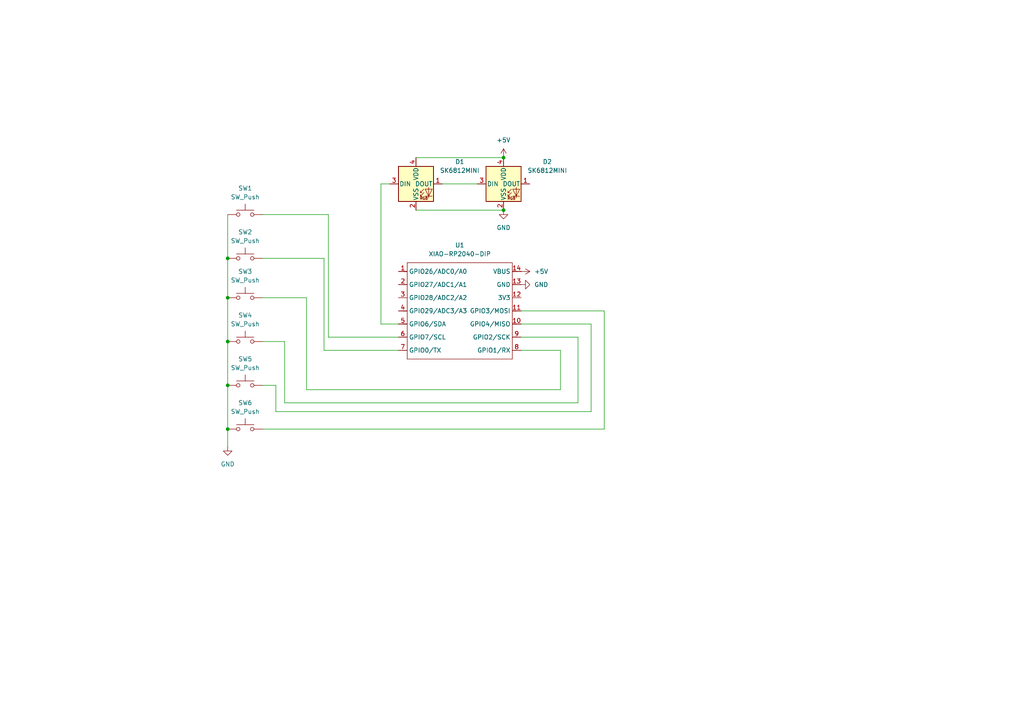
<source format=kicad_sch>
(kicad_sch
	(version 20250114)
	(generator "eeschema")
	(generator_version "9.0")
	(uuid "9b75712b-fc5b-4419-8bd8-5d8e37d83e82")
	(paper "A4")
	(lib_symbols
		(symbol "LED:SK6812MINI"
			(pin_names
				(offset 0.254)
			)
			(exclude_from_sim no)
			(in_bom yes)
			(on_board yes)
			(property "Reference" "D"
				(at 5.08 5.715 0)
				(effects
					(font
						(size 1.27 1.27)
					)
					(justify right bottom)
				)
			)
			(property "Value" "SK6812MINI"
				(at 1.27 -5.715 0)
				(effects
					(font
						(size 1.27 1.27)
					)
					(justify left top)
				)
			)
			(property "Footprint" "LED_SMD:LED_SK6812MINI_PLCC4_3.5x3.5mm_P1.75mm"
				(at 1.27 -7.62 0)
				(effects
					(font
						(size 1.27 1.27)
					)
					(justify left top)
					(hide yes)
				)
			)
			(property "Datasheet" "https://cdn-shop.adafruit.com/product-files/2686/SK6812MINI_REV.01-1-2.pdf"
				(at 2.54 -9.525 0)
				(effects
					(font
						(size 1.27 1.27)
					)
					(justify left top)
					(hide yes)
				)
			)
			(property "Description" "RGB LED with integrated controller"
				(at 0 0 0)
				(effects
					(font
						(size 1.27 1.27)
					)
					(hide yes)
				)
			)
			(property "ki_keywords" "RGB LED NeoPixel Mini addressable"
				(at 0 0 0)
				(effects
					(font
						(size 1.27 1.27)
					)
					(hide yes)
				)
			)
			(property "ki_fp_filters" "LED*SK6812MINI*PLCC*3.5x3.5mm*P1.75mm*"
				(at 0 0 0)
				(effects
					(font
						(size 1.27 1.27)
					)
					(hide yes)
				)
			)
			(symbol "SK6812MINI_0_0"
				(text "RGB"
					(at 2.286 -4.191 0)
					(effects
						(font
							(size 0.762 0.762)
						)
					)
				)
			)
			(symbol "SK6812MINI_0_1"
				(polyline
					(pts
						(xy 1.27 -2.54) (xy 1.778 -2.54)
					)
					(stroke
						(width 0)
						(type default)
					)
					(fill
						(type none)
					)
				)
				(polyline
					(pts
						(xy 1.27 -3.556) (xy 1.778 -3.556)
					)
					(stroke
						(width 0)
						(type default)
					)
					(fill
						(type none)
					)
				)
				(polyline
					(pts
						(xy 2.286 -1.524) (xy 1.27 -2.54) (xy 1.27 -2.032)
					)
					(stroke
						(width 0)
						(type default)
					)
					(fill
						(type none)
					)
				)
				(polyline
					(pts
						(xy 2.286 -2.54) (xy 1.27 -3.556) (xy 1.27 -3.048)
					)
					(stroke
						(width 0)
						(type default)
					)
					(fill
						(type none)
					)
				)
				(polyline
					(pts
						(xy 3.683 -1.016) (xy 3.683 -3.556) (xy 3.683 -4.064)
					)
					(stroke
						(width 0)
						(type default)
					)
					(fill
						(type none)
					)
				)
				(polyline
					(pts
						(xy 4.699 -1.524) (xy 2.667 -1.524) (xy 3.683 -3.556) (xy 4.699 -1.524)
					)
					(stroke
						(width 0)
						(type default)
					)
					(fill
						(type none)
					)
				)
				(polyline
					(pts
						(xy 4.699 -3.556) (xy 2.667 -3.556)
					)
					(stroke
						(width 0)
						(type default)
					)
					(fill
						(type none)
					)
				)
				(rectangle
					(start 5.08 5.08)
					(end -5.08 -5.08)
					(stroke
						(width 0.254)
						(type default)
					)
					(fill
						(type background)
					)
				)
			)
			(symbol "SK6812MINI_1_1"
				(pin input line
					(at -7.62 0 0)
					(length 2.54)
					(name "DIN"
						(effects
							(font
								(size 1.27 1.27)
							)
						)
					)
					(number "3"
						(effects
							(font
								(size 1.27 1.27)
							)
						)
					)
				)
				(pin power_in line
					(at 0 7.62 270)
					(length 2.54)
					(name "VDD"
						(effects
							(font
								(size 1.27 1.27)
							)
						)
					)
					(number "4"
						(effects
							(font
								(size 1.27 1.27)
							)
						)
					)
				)
				(pin power_in line
					(at 0 -7.62 90)
					(length 2.54)
					(name "VSS"
						(effects
							(font
								(size 1.27 1.27)
							)
						)
					)
					(number "2"
						(effects
							(font
								(size 1.27 1.27)
							)
						)
					)
				)
				(pin output line
					(at 7.62 0 180)
					(length 2.54)
					(name "DOUT"
						(effects
							(font
								(size 1.27 1.27)
							)
						)
					)
					(number "1"
						(effects
							(font
								(size 1.27 1.27)
							)
						)
					)
				)
			)
			(embedded_fonts no)
		)
		(symbol "OPL:XIAO-RP2040-DIP"
			(exclude_from_sim no)
			(in_bom yes)
			(on_board yes)
			(property "Reference" "U"
				(at 0 0 0)
				(effects
					(font
						(size 1.27 1.27)
					)
				)
			)
			(property "Value" "XIAO-RP2040-DIP"
				(at 5.334 -1.778 0)
				(effects
					(font
						(size 1.27 1.27)
					)
				)
			)
			(property "Footprint" "Module:MOUDLE14P-XIAO-DIP-SMD"
				(at 14.478 -32.258 0)
				(effects
					(font
						(size 1.27 1.27)
					)
					(hide yes)
				)
			)
			(property "Datasheet" ""
				(at 0 0 0)
				(effects
					(font
						(size 1.27 1.27)
					)
					(hide yes)
				)
			)
			(property "Description" ""
				(at 0 0 0)
				(effects
					(font
						(size 1.27 1.27)
					)
					(hide yes)
				)
			)
			(symbol "XIAO-RP2040-DIP_1_0"
				(polyline
					(pts
						(xy -1.27 -2.54) (xy 29.21 -2.54)
					)
					(stroke
						(width 0.1524)
						(type solid)
					)
					(fill
						(type none)
					)
				)
				(polyline
					(pts
						(xy -1.27 -5.08) (xy -2.54 -5.08)
					)
					(stroke
						(width 0.1524)
						(type solid)
					)
					(fill
						(type none)
					)
				)
				(polyline
					(pts
						(xy -1.27 -5.08) (xy -1.27 -2.54)
					)
					(stroke
						(width 0.1524)
						(type solid)
					)
					(fill
						(type none)
					)
				)
				(polyline
					(pts
						(xy -1.27 -8.89) (xy -2.54 -8.89)
					)
					(stroke
						(width 0.1524)
						(type solid)
					)
					(fill
						(type none)
					)
				)
				(polyline
					(pts
						(xy -1.27 -8.89) (xy -1.27 -5.08)
					)
					(stroke
						(width 0.1524)
						(type solid)
					)
					(fill
						(type none)
					)
				)
				(polyline
					(pts
						(xy -1.27 -12.7) (xy -2.54 -12.7)
					)
					(stroke
						(width 0.1524)
						(type solid)
					)
					(fill
						(type none)
					)
				)
				(polyline
					(pts
						(xy -1.27 -12.7) (xy -1.27 -8.89)
					)
					(stroke
						(width 0.1524)
						(type solid)
					)
					(fill
						(type none)
					)
				)
				(polyline
					(pts
						(xy -1.27 -16.51) (xy -2.54 -16.51)
					)
					(stroke
						(width 0.1524)
						(type solid)
					)
					(fill
						(type none)
					)
				)
				(polyline
					(pts
						(xy -1.27 -16.51) (xy -1.27 -12.7)
					)
					(stroke
						(width 0.1524)
						(type solid)
					)
					(fill
						(type none)
					)
				)
				(polyline
					(pts
						(xy -1.27 -20.32) (xy -2.54 -20.32)
					)
					(stroke
						(width 0.1524)
						(type solid)
					)
					(fill
						(type none)
					)
				)
				(polyline
					(pts
						(xy -1.27 -24.13) (xy -2.54 -24.13)
					)
					(stroke
						(width 0.1524)
						(type solid)
					)
					(fill
						(type none)
					)
				)
				(polyline
					(pts
						(xy -1.27 -27.94) (xy -2.54 -27.94)
					)
					(stroke
						(width 0.1524)
						(type solid)
					)
					(fill
						(type none)
					)
				)
				(polyline
					(pts
						(xy -1.27 -30.48) (xy -1.27 -16.51)
					)
					(stroke
						(width 0.1524)
						(type solid)
					)
					(fill
						(type none)
					)
				)
				(polyline
					(pts
						(xy 29.21 -2.54) (xy 29.21 -5.08)
					)
					(stroke
						(width 0.1524)
						(type solid)
					)
					(fill
						(type none)
					)
				)
				(polyline
					(pts
						(xy 29.21 -5.08) (xy 29.21 -8.89)
					)
					(stroke
						(width 0.1524)
						(type solid)
					)
					(fill
						(type none)
					)
				)
				(polyline
					(pts
						(xy 29.21 -8.89) (xy 29.21 -12.7)
					)
					(stroke
						(width 0.1524)
						(type solid)
					)
					(fill
						(type none)
					)
				)
				(polyline
					(pts
						(xy 29.21 -12.7) (xy 29.21 -30.48)
					)
					(stroke
						(width 0.1524)
						(type solid)
					)
					(fill
						(type none)
					)
				)
				(polyline
					(pts
						(xy 29.21 -30.48) (xy -1.27 -30.48)
					)
					(stroke
						(width 0.1524)
						(type solid)
					)
					(fill
						(type none)
					)
				)
				(polyline
					(pts
						(xy 30.48 -5.08) (xy 29.21 -5.08)
					)
					(stroke
						(width 0.1524)
						(type solid)
					)
					(fill
						(type none)
					)
				)
				(polyline
					(pts
						(xy 30.48 -8.89) (xy 29.21 -8.89)
					)
					(stroke
						(width 0.1524)
						(type solid)
					)
					(fill
						(type none)
					)
				)
				(polyline
					(pts
						(xy 30.48 -12.7) (xy 29.21 -12.7)
					)
					(stroke
						(width 0.1524)
						(type solid)
					)
					(fill
						(type none)
					)
				)
				(polyline
					(pts
						(xy 30.48 -16.51) (xy 29.21 -16.51)
					)
					(stroke
						(width 0.1524)
						(type solid)
					)
					(fill
						(type none)
					)
				)
				(polyline
					(pts
						(xy 30.48 -20.32) (xy 29.21 -20.32)
					)
					(stroke
						(width 0.1524)
						(type solid)
					)
					(fill
						(type none)
					)
				)
				(polyline
					(pts
						(xy 30.48 -24.13) (xy 29.21 -24.13)
					)
					(stroke
						(width 0.1524)
						(type solid)
					)
					(fill
						(type none)
					)
				)
				(polyline
					(pts
						(xy 30.48 -27.94) (xy 29.21 -27.94)
					)
					(stroke
						(width 0.1524)
						(type solid)
					)
					(fill
						(type none)
					)
				)
				(pin passive line
					(at -3.81 -5.08 0)
					(length 2.54)
					(name "GPIO26/ADC0/A0"
						(effects
							(font
								(size 1.27 1.27)
							)
						)
					)
					(number "1"
						(effects
							(font
								(size 1.27 1.27)
							)
						)
					)
				)
				(pin passive line
					(at -3.81 -8.89 0)
					(length 2.54)
					(name "GPIO27/ADC1/A1"
						(effects
							(font
								(size 1.27 1.27)
							)
						)
					)
					(number "2"
						(effects
							(font
								(size 1.27 1.27)
							)
						)
					)
				)
				(pin passive line
					(at -3.81 -12.7 0)
					(length 2.54)
					(name "GPIO28/ADC2/A2"
						(effects
							(font
								(size 1.27 1.27)
							)
						)
					)
					(number "3"
						(effects
							(font
								(size 1.27 1.27)
							)
						)
					)
				)
				(pin passive line
					(at -3.81 -16.51 0)
					(length 2.54)
					(name "GPIO29/ADC3/A3"
						(effects
							(font
								(size 1.27 1.27)
							)
						)
					)
					(number "4"
						(effects
							(font
								(size 1.27 1.27)
							)
						)
					)
				)
				(pin passive line
					(at -3.81 -20.32 0)
					(length 2.54)
					(name "GPIO6/SDA"
						(effects
							(font
								(size 1.27 1.27)
							)
						)
					)
					(number "5"
						(effects
							(font
								(size 1.27 1.27)
							)
						)
					)
				)
				(pin passive line
					(at -3.81 -24.13 0)
					(length 2.54)
					(name "GPIO7/SCL"
						(effects
							(font
								(size 1.27 1.27)
							)
						)
					)
					(number "6"
						(effects
							(font
								(size 1.27 1.27)
							)
						)
					)
				)
				(pin passive line
					(at -3.81 -27.94 0)
					(length 2.54)
					(name "GPIO0/TX"
						(effects
							(font
								(size 1.27 1.27)
							)
						)
					)
					(number "7"
						(effects
							(font
								(size 1.27 1.27)
							)
						)
					)
				)
				(pin passive line
					(at 31.75 -5.08 180)
					(length 2.54)
					(name "VBUS"
						(effects
							(font
								(size 1.27 1.27)
							)
						)
					)
					(number "14"
						(effects
							(font
								(size 1.27 1.27)
							)
						)
					)
				)
				(pin passive line
					(at 31.75 -8.89 180)
					(length 2.54)
					(name "GND"
						(effects
							(font
								(size 1.27 1.27)
							)
						)
					)
					(number "13"
						(effects
							(font
								(size 1.27 1.27)
							)
						)
					)
				)
				(pin passive line
					(at 31.75 -12.7 180)
					(length 2.54)
					(name "3V3"
						(effects
							(font
								(size 1.27 1.27)
							)
						)
					)
					(number "12"
						(effects
							(font
								(size 1.27 1.27)
							)
						)
					)
				)
				(pin passive line
					(at 31.75 -16.51 180)
					(length 2.54)
					(name "GPIO3/MOSI"
						(effects
							(font
								(size 1.27 1.27)
							)
						)
					)
					(number "11"
						(effects
							(font
								(size 1.27 1.27)
							)
						)
					)
				)
				(pin passive line
					(at 31.75 -20.32 180)
					(length 2.54)
					(name "GPIO4/MISO"
						(effects
							(font
								(size 1.27 1.27)
							)
						)
					)
					(number "10"
						(effects
							(font
								(size 1.27 1.27)
							)
						)
					)
				)
				(pin passive line
					(at 31.75 -24.13 180)
					(length 2.54)
					(name "GPIO2/SCK"
						(effects
							(font
								(size 1.27 1.27)
							)
						)
					)
					(number "9"
						(effects
							(font
								(size 1.27 1.27)
							)
						)
					)
				)
				(pin passive line
					(at 31.75 -27.94 180)
					(length 2.54)
					(name "GPIO1/RX"
						(effects
							(font
								(size 1.27 1.27)
							)
						)
					)
					(number "8"
						(effects
							(font
								(size 1.27 1.27)
							)
						)
					)
				)
			)
			(embedded_fonts no)
		)
		(symbol "Switch:SW_Push"
			(pin_numbers
				(hide yes)
			)
			(pin_names
				(offset 1.016)
				(hide yes)
			)
			(exclude_from_sim no)
			(in_bom yes)
			(on_board yes)
			(property "Reference" "SW"
				(at 1.27 2.54 0)
				(effects
					(font
						(size 1.27 1.27)
					)
					(justify left)
				)
			)
			(property "Value" "SW_Push"
				(at 0 -1.524 0)
				(effects
					(font
						(size 1.27 1.27)
					)
				)
			)
			(property "Footprint" ""
				(at 0 5.08 0)
				(effects
					(font
						(size 1.27 1.27)
					)
					(hide yes)
				)
			)
			(property "Datasheet" "~"
				(at 0 5.08 0)
				(effects
					(font
						(size 1.27 1.27)
					)
					(hide yes)
				)
			)
			(property "Description" "Push button switch, generic, two pins"
				(at 0 0 0)
				(effects
					(font
						(size 1.27 1.27)
					)
					(hide yes)
				)
			)
			(property "ki_keywords" "switch normally-open pushbutton push-button"
				(at 0 0 0)
				(effects
					(font
						(size 1.27 1.27)
					)
					(hide yes)
				)
			)
			(symbol "SW_Push_0_1"
				(circle
					(center -2.032 0)
					(radius 0.508)
					(stroke
						(width 0)
						(type default)
					)
					(fill
						(type none)
					)
				)
				(polyline
					(pts
						(xy 0 1.27) (xy 0 3.048)
					)
					(stroke
						(width 0)
						(type default)
					)
					(fill
						(type none)
					)
				)
				(circle
					(center 2.032 0)
					(radius 0.508)
					(stroke
						(width 0)
						(type default)
					)
					(fill
						(type none)
					)
				)
				(polyline
					(pts
						(xy 2.54 1.27) (xy -2.54 1.27)
					)
					(stroke
						(width 0)
						(type default)
					)
					(fill
						(type none)
					)
				)
				(pin passive line
					(at -5.08 0 0)
					(length 2.54)
					(name "1"
						(effects
							(font
								(size 1.27 1.27)
							)
						)
					)
					(number "1"
						(effects
							(font
								(size 1.27 1.27)
							)
						)
					)
				)
				(pin passive line
					(at 5.08 0 180)
					(length 2.54)
					(name "2"
						(effects
							(font
								(size 1.27 1.27)
							)
						)
					)
					(number "2"
						(effects
							(font
								(size 1.27 1.27)
							)
						)
					)
				)
			)
			(embedded_fonts no)
		)
		(symbol "power:+5V"
			(power)
			(pin_numbers
				(hide yes)
			)
			(pin_names
				(offset 0)
				(hide yes)
			)
			(exclude_from_sim no)
			(in_bom yes)
			(on_board yes)
			(property "Reference" "#PWR"
				(at 0 -3.81 0)
				(effects
					(font
						(size 1.27 1.27)
					)
					(hide yes)
				)
			)
			(property "Value" "+5V"
				(at 0 3.556 0)
				(effects
					(font
						(size 1.27 1.27)
					)
				)
			)
			(property "Footprint" ""
				(at 0 0 0)
				(effects
					(font
						(size 1.27 1.27)
					)
					(hide yes)
				)
			)
			(property "Datasheet" ""
				(at 0 0 0)
				(effects
					(font
						(size 1.27 1.27)
					)
					(hide yes)
				)
			)
			(property "Description" "Power symbol creates a global label with name \"+5V\""
				(at 0 0 0)
				(effects
					(font
						(size 1.27 1.27)
					)
					(hide yes)
				)
			)
			(property "ki_keywords" "global power"
				(at 0 0 0)
				(effects
					(font
						(size 1.27 1.27)
					)
					(hide yes)
				)
			)
			(symbol "+5V_0_1"
				(polyline
					(pts
						(xy -0.762 1.27) (xy 0 2.54)
					)
					(stroke
						(width 0)
						(type default)
					)
					(fill
						(type none)
					)
				)
				(polyline
					(pts
						(xy 0 2.54) (xy 0.762 1.27)
					)
					(stroke
						(width 0)
						(type default)
					)
					(fill
						(type none)
					)
				)
				(polyline
					(pts
						(xy 0 0) (xy 0 2.54)
					)
					(stroke
						(width 0)
						(type default)
					)
					(fill
						(type none)
					)
				)
			)
			(symbol "+5V_1_1"
				(pin power_in line
					(at 0 0 90)
					(length 0)
					(name "~"
						(effects
							(font
								(size 1.27 1.27)
							)
						)
					)
					(number "1"
						(effects
							(font
								(size 1.27 1.27)
							)
						)
					)
				)
			)
			(embedded_fonts no)
		)
		(symbol "power:GND"
			(power)
			(pin_numbers
				(hide yes)
			)
			(pin_names
				(offset 0)
				(hide yes)
			)
			(exclude_from_sim no)
			(in_bom yes)
			(on_board yes)
			(property "Reference" "#PWR"
				(at 0 -6.35 0)
				(effects
					(font
						(size 1.27 1.27)
					)
					(hide yes)
				)
			)
			(property "Value" "GND"
				(at 0 -3.81 0)
				(effects
					(font
						(size 1.27 1.27)
					)
				)
			)
			(property "Footprint" ""
				(at 0 0 0)
				(effects
					(font
						(size 1.27 1.27)
					)
					(hide yes)
				)
			)
			(property "Datasheet" ""
				(at 0 0 0)
				(effects
					(font
						(size 1.27 1.27)
					)
					(hide yes)
				)
			)
			(property "Description" "Power symbol creates a global label with name \"GND\" , ground"
				(at 0 0 0)
				(effects
					(font
						(size 1.27 1.27)
					)
					(hide yes)
				)
			)
			(property "ki_keywords" "global power"
				(at 0 0 0)
				(effects
					(font
						(size 1.27 1.27)
					)
					(hide yes)
				)
			)
			(symbol "GND_0_1"
				(polyline
					(pts
						(xy 0 0) (xy 0 -1.27) (xy 1.27 -1.27) (xy 0 -2.54) (xy -1.27 -1.27) (xy 0 -1.27)
					)
					(stroke
						(width 0)
						(type default)
					)
					(fill
						(type none)
					)
				)
			)
			(symbol "GND_1_1"
				(pin power_in line
					(at 0 0 270)
					(length 0)
					(name "~"
						(effects
							(font
								(size 1.27 1.27)
							)
						)
					)
					(number "1"
						(effects
							(font
								(size 1.27 1.27)
							)
						)
					)
				)
			)
			(embedded_fonts no)
		)
	)
	(junction
		(at 66.04 124.46)
		(diameter 0)
		(color 0 0 0 0)
		(uuid "3d307bcf-ff67-4473-acdb-281d894f3abb")
	)
	(junction
		(at 146.05 45.72)
		(diameter 0)
		(color 0 0 0 0)
		(uuid "3ecf7fa8-554f-4cf2-b54c-0b5df0c6daa2")
	)
	(junction
		(at 66.04 111.76)
		(diameter 0)
		(color 0 0 0 0)
		(uuid "91344bfc-4b4f-47cd-bffb-5d8841e260d5")
	)
	(junction
		(at 146.05 60.96)
		(diameter 0)
		(color 0 0 0 0)
		(uuid "ad072682-6c97-44a5-97ae-350162d2c987")
	)
	(junction
		(at 66.04 86.36)
		(diameter 0)
		(color 0 0 0 0)
		(uuid "b9574458-d6f7-4f9b-b563-abd9233d2174")
	)
	(junction
		(at 66.04 99.06)
		(diameter 0)
		(color 0 0 0 0)
		(uuid "c19c04cd-e00e-4736-8bb0-48960eb56494")
	)
	(junction
		(at 66.04 74.93)
		(diameter 0)
		(color 0 0 0 0)
		(uuid "ebba7fb7-591f-47b6-9b17-bf68c199b052")
	)
	(wire
		(pts
			(xy 66.04 74.93) (xy 66.04 86.36)
		)
		(stroke
			(width 0)
			(type default)
		)
		(uuid "0e5e34a2-e9b9-4df4-bafa-2019fc7de90f")
	)
	(wire
		(pts
			(xy 66.04 124.46) (xy 66.04 129.54)
		)
		(stroke
			(width 0)
			(type default)
		)
		(uuid "2130fea5-6376-4c61-ad47-eadd7fbfb8c8")
	)
	(wire
		(pts
			(xy 128.27 53.34) (xy 138.43 53.34)
		)
		(stroke
			(width 0)
			(type default)
		)
		(uuid "337f56ce-7695-4d85-9177-01d5992af7bc")
	)
	(wire
		(pts
			(xy 66.04 86.36) (xy 66.04 99.06)
		)
		(stroke
			(width 0)
			(type default)
		)
		(uuid "41851997-3855-43a3-a308-461b2b7bcecb")
	)
	(wire
		(pts
			(xy 66.04 111.76) (xy 66.04 124.46)
		)
		(stroke
			(width 0)
			(type default)
		)
		(uuid "4236f649-1bae-4a96-931b-bd3c34851c32")
	)
	(wire
		(pts
			(xy 80.01 111.76) (xy 76.2 111.76)
		)
		(stroke
			(width 0)
			(type default)
		)
		(uuid "49ac67c4-1850-499c-876c-59c0ab5452c1")
	)
	(wire
		(pts
			(xy 120.65 60.96) (xy 146.05 60.96)
		)
		(stroke
			(width 0)
			(type default)
		)
		(uuid "577da7ef-e1be-4504-8d75-4454006bffd9")
	)
	(wire
		(pts
			(xy 66.04 62.23) (xy 66.04 74.93)
		)
		(stroke
			(width 0)
			(type default)
		)
		(uuid "5ac877e9-9f21-4bc0-bbef-7c1093940293")
	)
	(wire
		(pts
			(xy 162.56 101.6) (xy 162.56 113.03)
		)
		(stroke
			(width 0)
			(type default)
		)
		(uuid "5ccd6b24-409c-475e-9d04-7669535d7d11")
	)
	(wire
		(pts
			(xy 167.64 116.84) (xy 82.55 116.84)
		)
		(stroke
			(width 0)
			(type default)
		)
		(uuid "64af9cf3-a459-4afe-a504-e9599d5f3e60")
	)
	(wire
		(pts
			(xy 120.65 45.72) (xy 146.05 45.72)
		)
		(stroke
			(width 0)
			(type default)
		)
		(uuid "677fd8d9-4364-42a6-a24b-4ea527d4c782")
	)
	(wire
		(pts
			(xy 151.13 101.6) (xy 162.56 101.6)
		)
		(stroke
			(width 0)
			(type default)
		)
		(uuid "6929ce44-3446-4095-a660-a33b3fddd023")
	)
	(wire
		(pts
			(xy 88.9 86.36) (xy 76.2 86.36)
		)
		(stroke
			(width 0)
			(type default)
		)
		(uuid "795a1471-8cca-456b-8e76-19e09a1fc7f7")
	)
	(wire
		(pts
			(xy 93.98 74.93) (xy 76.2 74.93)
		)
		(stroke
			(width 0)
			(type default)
		)
		(uuid "7c55b23b-eca5-4d87-b6d8-165f68a82330")
	)
	(wire
		(pts
			(xy 110.49 93.98) (xy 115.57 93.98)
		)
		(stroke
			(width 0)
			(type default)
		)
		(uuid "829426fd-90f6-4788-9e97-7078ab46d645")
	)
	(wire
		(pts
			(xy 95.25 97.79) (xy 95.25 62.23)
		)
		(stroke
			(width 0)
			(type default)
		)
		(uuid "890e3997-2b56-49ec-b1ed-3f8787e50a6f")
	)
	(wire
		(pts
			(xy 93.98 101.6) (xy 93.98 74.93)
		)
		(stroke
			(width 0)
			(type default)
		)
		(uuid "90d816b7-0898-4f57-b3f0-1f4cc677cb42")
	)
	(wire
		(pts
			(xy 171.45 119.38) (xy 80.01 119.38)
		)
		(stroke
			(width 0)
			(type default)
		)
		(uuid "99de3586-8790-47ea-a49a-e1facc04712b")
	)
	(wire
		(pts
			(xy 151.13 97.79) (xy 167.64 97.79)
		)
		(stroke
			(width 0)
			(type default)
		)
		(uuid "a96aa636-fa5c-43f2-9ac7-cac8e266a1eb")
	)
	(wire
		(pts
			(xy 95.25 62.23) (xy 76.2 62.23)
		)
		(stroke
			(width 0)
			(type default)
		)
		(uuid "aa7b3689-006e-4fed-88a6-5c9c8b96c62e")
	)
	(wire
		(pts
			(xy 88.9 113.03) (xy 88.9 86.36)
		)
		(stroke
			(width 0)
			(type default)
		)
		(uuid "b87a912e-0193-4290-be4c-190eaf32b5af")
	)
	(wire
		(pts
			(xy 171.45 93.98) (xy 171.45 119.38)
		)
		(stroke
			(width 0)
			(type default)
		)
		(uuid "b965506a-d1ea-4670-9636-5b61591214df")
	)
	(wire
		(pts
			(xy 80.01 119.38) (xy 80.01 111.76)
		)
		(stroke
			(width 0)
			(type default)
		)
		(uuid "bac81c20-cc4f-46a7-8ece-4ed91ba49a33")
	)
	(wire
		(pts
			(xy 167.64 97.79) (xy 167.64 116.84)
		)
		(stroke
			(width 0)
			(type default)
		)
		(uuid "bbf1fde3-2e0d-4d81-a5eb-7d02f873eb45")
	)
	(wire
		(pts
			(xy 113.03 53.34) (xy 110.49 53.34)
		)
		(stroke
			(width 0)
			(type default)
		)
		(uuid "bdd60011-7762-4c44-96e6-7045a34a93d7")
	)
	(wire
		(pts
			(xy 151.13 90.17) (xy 175.26 90.17)
		)
		(stroke
			(width 0)
			(type default)
		)
		(uuid "c256e408-0503-4b2a-a2c3-a8b6c835406c")
	)
	(wire
		(pts
			(xy 115.57 101.6) (xy 93.98 101.6)
		)
		(stroke
			(width 0)
			(type default)
		)
		(uuid "cc8da161-242d-43da-80a5-86175fead61e")
	)
	(wire
		(pts
			(xy 110.49 53.34) (xy 110.49 93.98)
		)
		(stroke
			(width 0)
			(type default)
		)
		(uuid "cf0cf303-6908-4cc8-a4d6-a6942faf7a25")
	)
	(wire
		(pts
			(xy 66.04 99.06) (xy 66.04 111.76)
		)
		(stroke
			(width 0)
			(type default)
		)
		(uuid "da96d034-2f5f-45f4-b782-c0b22e2c1e89")
	)
	(wire
		(pts
			(xy 82.55 116.84) (xy 82.55 99.06)
		)
		(stroke
			(width 0)
			(type default)
		)
		(uuid "ea88e523-e25f-472e-9bcf-22f04d620f5d")
	)
	(wire
		(pts
			(xy 162.56 113.03) (xy 88.9 113.03)
		)
		(stroke
			(width 0)
			(type default)
		)
		(uuid "ee026e3e-0970-432b-8c9e-65f5271ebd9d")
	)
	(wire
		(pts
			(xy 115.57 97.79) (xy 95.25 97.79)
		)
		(stroke
			(width 0)
			(type default)
		)
		(uuid "f4ee6c60-c7f9-48b5-9e7c-93b7963d428d")
	)
	(wire
		(pts
			(xy 82.55 99.06) (xy 76.2 99.06)
		)
		(stroke
			(width 0)
			(type default)
		)
		(uuid "f5b7cde6-1674-425b-871d-91eb92fd7752")
	)
	(wire
		(pts
			(xy 175.26 90.17) (xy 175.26 124.46)
		)
		(stroke
			(width 0)
			(type default)
		)
		(uuid "f901564f-6f8e-4605-b4d1-2e319314a301")
	)
	(wire
		(pts
			(xy 151.13 93.98) (xy 171.45 93.98)
		)
		(stroke
			(width 0)
			(type default)
		)
		(uuid "fa36edd9-632f-43ea-85e3-25fde3a3a1c1")
	)
	(wire
		(pts
			(xy 175.26 124.46) (xy 76.2 124.46)
		)
		(stroke
			(width 0)
			(type default)
		)
		(uuid "fb92adc0-0f5a-4253-9c63-c9d586e2ef92")
	)
	(symbol
		(lib_id "Switch:SW_Push")
		(at 71.12 74.93 0)
		(unit 1)
		(exclude_from_sim no)
		(in_bom yes)
		(on_board yes)
		(dnp no)
		(fields_autoplaced yes)
		(uuid "1f0f3523-ed0e-470d-a41e-d2bb151014ac")
		(property "Reference" "SW2"
			(at 71.12 67.31 0)
			(effects
				(font
					(size 1.27 1.27)
				)
			)
		)
		(property "Value" "SW_Push"
			(at 71.12 69.85 0)
			(effects
				(font
					(size 1.27 1.27)
				)
			)
		)
		(property "Footprint" "Button_Switch_Keyboard:SW_Cherry_MX_1.00u_PCB"
			(at 71.12 69.85 0)
			(effects
				(font
					(size 1.27 1.27)
				)
				(hide yes)
			)
		)
		(property "Datasheet" "~"
			(at 71.12 69.85 0)
			(effects
				(font
					(size 1.27 1.27)
				)
				(hide yes)
			)
		)
		(property "Description" "Push button switch, generic, two pins"
			(at 71.12 74.93 0)
			(effects
				(font
					(size 1.27 1.27)
				)
				(hide yes)
			)
		)
		(pin "1"
			(uuid "9702e18f-4aa9-41eb-97d4-1cbf2ddc3cde")
		)
		(pin "2"
			(uuid "0c037538-149f-4b00-8d2a-694f48c0e372")
		)
		(instances
			(project ""
				(path "/9b75712b-fc5b-4419-8bd8-5d8e37d83e82"
					(reference "SW2")
					(unit 1)
				)
			)
		)
	)
	(symbol
		(lib_id "power:GND")
		(at 66.04 129.54 0)
		(unit 1)
		(exclude_from_sim no)
		(in_bom yes)
		(on_board yes)
		(dnp no)
		(fields_autoplaced yes)
		(uuid "306ee4c4-dc09-4556-894c-8efec3068ce3")
		(property "Reference" "#PWR03"
			(at 66.04 135.89 0)
			(effects
				(font
					(size 1.27 1.27)
				)
				(hide yes)
			)
		)
		(property "Value" "GND"
			(at 66.04 134.62 0)
			(effects
				(font
					(size 1.27 1.27)
				)
			)
		)
		(property "Footprint" ""
			(at 66.04 129.54 0)
			(effects
				(font
					(size 1.27 1.27)
				)
				(hide yes)
			)
		)
		(property "Datasheet" ""
			(at 66.04 129.54 0)
			(effects
				(font
					(size 1.27 1.27)
				)
				(hide yes)
			)
		)
		(property "Description" "Power symbol creates a global label with name \"GND\" , ground"
			(at 66.04 129.54 0)
			(effects
				(font
					(size 1.27 1.27)
				)
				(hide yes)
			)
		)
		(pin "1"
			(uuid "97f632ec-676c-447c-a922-7fd21669b81f")
		)
		(instances
			(project ""
				(path "/9b75712b-fc5b-4419-8bd8-5d8e37d83e82"
					(reference "#PWR03")
					(unit 1)
				)
			)
		)
	)
	(symbol
		(lib_id "power:GND")
		(at 146.05 60.96 0)
		(unit 1)
		(exclude_from_sim no)
		(in_bom yes)
		(on_board yes)
		(dnp no)
		(fields_autoplaced yes)
		(uuid "3127cd3c-552f-48b9-a090-7ea0d27b05c4")
		(property "Reference" "#PWR04"
			(at 146.05 67.31 0)
			(effects
				(font
					(size 1.27 1.27)
				)
				(hide yes)
			)
		)
		(property "Value" "GND"
			(at 146.05 66.04 0)
			(effects
				(font
					(size 1.27 1.27)
				)
			)
		)
		(property "Footprint" ""
			(at 146.05 60.96 0)
			(effects
				(font
					(size 1.27 1.27)
				)
				(hide yes)
			)
		)
		(property "Datasheet" ""
			(at 146.05 60.96 0)
			(effects
				(font
					(size 1.27 1.27)
				)
				(hide yes)
			)
		)
		(property "Description" "Power symbol creates a global label with name \"GND\" , ground"
			(at 146.05 60.96 0)
			(effects
				(font
					(size 1.27 1.27)
				)
				(hide yes)
			)
		)
		(pin "1"
			(uuid "58c71a9e-dc55-4553-878e-5677150ab737")
		)
		(instances
			(project ""
				(path "/9b75712b-fc5b-4419-8bd8-5d8e37d83e82"
					(reference "#PWR04")
					(unit 1)
				)
			)
		)
	)
	(symbol
		(lib_id "power:+5V")
		(at 151.13 78.74 270)
		(unit 1)
		(exclude_from_sim no)
		(in_bom yes)
		(on_board yes)
		(dnp no)
		(fields_autoplaced yes)
		(uuid "34f254ac-48e8-4cd2-ae0a-5430cdc209ff")
		(property "Reference" "#PWR02"
			(at 147.32 78.74 0)
			(effects
				(font
					(size 1.27 1.27)
				)
				(hide yes)
			)
		)
		(property "Value" "+5V"
			(at 154.94 78.7399 90)
			(effects
				(font
					(size 1.27 1.27)
				)
				(justify left)
			)
		)
		(property "Footprint" ""
			(at 151.13 78.74 0)
			(effects
				(font
					(size 1.27 1.27)
				)
				(hide yes)
			)
		)
		(property "Datasheet" ""
			(at 151.13 78.74 0)
			(effects
				(font
					(size 1.27 1.27)
				)
				(hide yes)
			)
		)
		(property "Description" "Power symbol creates a global label with name \"+5V\""
			(at 151.13 78.74 0)
			(effects
				(font
					(size 1.27 1.27)
				)
				(hide yes)
			)
		)
		(pin "1"
			(uuid "46a7c55c-372a-46d9-abf0-2011c5af1c18")
		)
		(instances
			(project ""
				(path "/9b75712b-fc5b-4419-8bd8-5d8e37d83e82"
					(reference "#PWR02")
					(unit 1)
				)
			)
		)
	)
	(symbol
		(lib_id "OPL:XIAO-RP2040-DIP")
		(at 119.38 73.66 0)
		(unit 1)
		(exclude_from_sim no)
		(in_bom yes)
		(on_board yes)
		(dnp no)
		(fields_autoplaced yes)
		(uuid "47b29da2-7717-4e72-a6f0-5f36b0f95d02")
		(property "Reference" "U1"
			(at 133.35 71.12 0)
			(effects
				(font
					(size 1.27 1.27)
				)
			)
		)
		(property "Value" "XIAO-RP2040-DIP"
			(at 133.35 73.66 0)
			(effects
				(font
					(size 1.27 1.27)
				)
			)
		)
		(property "Footprint" "OPL:XIAO-RP2040-DIP"
			(at 133.858 105.918 0)
			(effects
				(font
					(size 1.27 1.27)
				)
				(hide yes)
			)
		)
		(property "Datasheet" ""
			(at 119.38 73.66 0)
			(effects
				(font
					(size 1.27 1.27)
				)
				(hide yes)
			)
		)
		(property "Description" ""
			(at 119.38 73.66 0)
			(effects
				(font
					(size 1.27 1.27)
				)
				(hide yes)
			)
		)
		(pin "11"
			(uuid "31e421f5-ca71-404b-bbec-113d2fb5d98c")
		)
		(pin "13"
			(uuid "8ed5096d-9b0e-4cc4-a6d2-df969debb006")
		)
		(pin "12"
			(uuid "688f9c8e-3dee-458e-b7ad-1620558cfc98")
		)
		(pin "10"
			(uuid "c826c07d-c8ce-41e2-87ef-ed604ae981be")
		)
		(pin "14"
			(uuid "509f8e68-41b5-42c0-abbe-4048163fed89")
		)
		(pin "7"
			(uuid "d19b60ad-d7b8-4d66-bf1c-a864122c21f0")
		)
		(pin "8"
			(uuid "91fb4785-ab44-4a2f-88ec-8b375d9325b1")
		)
		(pin "9"
			(uuid "6175c27a-775b-4397-8402-c465fae8cf33")
		)
		(pin "6"
			(uuid "f9cce55b-d9fc-4db2-a66c-72b859c912db")
		)
		(pin "3"
			(uuid "3bfccde1-1648-4f95-9c7f-ffb01a165fbe")
		)
		(pin "4"
			(uuid "60459d90-4a22-43e0-a695-3ebc3d4f6e93")
		)
		(pin "1"
			(uuid "c9afffa5-ea07-48d7-957a-ce5a77abe002")
		)
		(pin "5"
			(uuid "86d41913-41ce-49b0-bc1f-c6987b25e7af")
		)
		(pin "2"
			(uuid "3f9894b8-e602-456b-9414-2bc5f107bd19")
		)
		(instances
			(project ""
				(path "/9b75712b-fc5b-4419-8bd8-5d8e37d83e82"
					(reference "U1")
					(unit 1)
				)
			)
		)
	)
	(symbol
		(lib_id "Switch:SW_Push")
		(at 71.12 124.46 0)
		(unit 1)
		(exclude_from_sim no)
		(in_bom yes)
		(on_board yes)
		(dnp no)
		(fields_autoplaced yes)
		(uuid "5c265ff2-60f0-4da0-a45b-9eefc716a6dc")
		(property "Reference" "SW6"
			(at 71.12 116.84 0)
			(effects
				(font
					(size 1.27 1.27)
				)
			)
		)
		(property "Value" "SW_Push"
			(at 71.12 119.38 0)
			(effects
				(font
					(size 1.27 1.27)
				)
			)
		)
		(property "Footprint" "Button_Switch_Keyboard:SW_Cherry_MX_1.00u_PCB"
			(at 71.12 119.38 0)
			(effects
				(font
					(size 1.27 1.27)
				)
				(hide yes)
			)
		)
		(property "Datasheet" "~"
			(at 71.12 119.38 0)
			(effects
				(font
					(size 1.27 1.27)
				)
				(hide yes)
			)
		)
		(property "Description" "Push button switch, generic, two pins"
			(at 71.12 124.46 0)
			(effects
				(font
					(size 1.27 1.27)
				)
				(hide yes)
			)
		)
		(pin "1"
			(uuid "3be7341c-5e09-43aa-abcc-c3f4c11b3871")
		)
		(pin "2"
			(uuid "98670ba5-7f99-4534-b9d4-304f2a3aaa6b")
		)
		(instances
			(project ""
				(path "/9b75712b-fc5b-4419-8bd8-5d8e37d83e82"
					(reference "SW6")
					(unit 1)
				)
			)
		)
	)
	(symbol
		(lib_id "Switch:SW_Push")
		(at 71.12 99.06 0)
		(unit 1)
		(exclude_from_sim no)
		(in_bom yes)
		(on_board yes)
		(dnp no)
		(fields_autoplaced yes)
		(uuid "6a4f19be-2385-40f9-9046-6443f4587232")
		(property "Reference" "SW4"
			(at 71.12 91.44 0)
			(effects
				(font
					(size 1.27 1.27)
				)
			)
		)
		(property "Value" "SW_Push"
			(at 71.12 93.98 0)
			(effects
				(font
					(size 1.27 1.27)
				)
			)
		)
		(property "Footprint" "Button_Switch_Keyboard:SW_Cherry_MX_1.00u_PCB"
			(at 71.12 93.98 0)
			(effects
				(font
					(size 1.27 1.27)
				)
				(hide yes)
			)
		)
		(property "Datasheet" "~"
			(at 71.12 93.98 0)
			(effects
				(font
					(size 1.27 1.27)
				)
				(hide yes)
			)
		)
		(property "Description" "Push button switch, generic, two pins"
			(at 71.12 99.06 0)
			(effects
				(font
					(size 1.27 1.27)
				)
				(hide yes)
			)
		)
		(pin "1"
			(uuid "b81eb334-d1c3-42d3-b963-2840aac8656c")
		)
		(pin "2"
			(uuid "4d42a155-c7cd-472c-b7a1-7f27aff0baf8")
		)
		(instances
			(project ""
				(path "/9b75712b-fc5b-4419-8bd8-5d8e37d83e82"
					(reference "SW4")
					(unit 1)
				)
			)
		)
	)
	(symbol
		(lib_id "Switch:SW_Push")
		(at 71.12 111.76 0)
		(unit 1)
		(exclude_from_sim no)
		(in_bom yes)
		(on_board yes)
		(dnp no)
		(fields_autoplaced yes)
		(uuid "81db3ee0-0be6-4903-955d-3ab76c4fd5ed")
		(property "Reference" "SW5"
			(at 71.12 104.14 0)
			(effects
				(font
					(size 1.27 1.27)
				)
			)
		)
		(property "Value" "SW_Push"
			(at 71.12 106.68 0)
			(effects
				(font
					(size 1.27 1.27)
				)
			)
		)
		(property "Footprint" "Button_Switch_Keyboard:SW_Cherry_MX_1.00u_PCB"
			(at 71.12 106.68 0)
			(effects
				(font
					(size 1.27 1.27)
				)
				(hide yes)
			)
		)
		(property "Datasheet" "~"
			(at 71.12 106.68 0)
			(effects
				(font
					(size 1.27 1.27)
				)
				(hide yes)
			)
		)
		(property "Description" "Push button switch, generic, two pins"
			(at 71.12 111.76 0)
			(effects
				(font
					(size 1.27 1.27)
				)
				(hide yes)
			)
		)
		(pin "1"
			(uuid "855a5993-b4b8-4e65-a929-f564c4548f61")
		)
		(pin "2"
			(uuid "93a50dea-4185-4115-b8da-565bfcbb04a1")
		)
		(instances
			(project ""
				(path "/9b75712b-fc5b-4419-8bd8-5d8e37d83e82"
					(reference "SW5")
					(unit 1)
				)
			)
		)
	)
	(symbol
		(lib_id "LED:SK6812MINI")
		(at 146.05 53.34 0)
		(unit 1)
		(exclude_from_sim no)
		(in_bom yes)
		(on_board yes)
		(dnp no)
		(fields_autoplaced yes)
		(uuid "913f82a9-0fe8-4fa3-8d27-09e11fd47966")
		(property "Reference" "D2"
			(at 158.75 46.9198 0)
			(effects
				(font
					(size 1.27 1.27)
				)
			)
		)
		(property "Value" "SK6812MINI"
			(at 158.75 49.4598 0)
			(effects
				(font
					(size 1.27 1.27)
				)
			)
		)
		(property "Footprint" "LED_SMD:LED_SK6812MINI_PLCC4_3.5x3.5mm_P1.75mm"
			(at 147.32 60.96 0)
			(effects
				(font
					(size 1.27 1.27)
				)
				(justify left top)
				(hide yes)
			)
		)
		(property "Datasheet" "https://cdn-shop.adafruit.com/product-files/2686/SK6812MINI_REV.01-1-2.pdf"
			(at 148.59 62.865 0)
			(effects
				(font
					(size 1.27 1.27)
				)
				(justify left top)
				(hide yes)
			)
		)
		(property "Description" "RGB LED with integrated controller"
			(at 146.05 53.34 0)
			(effects
				(font
					(size 1.27 1.27)
				)
				(hide yes)
			)
		)
		(pin "4"
			(uuid "47c73267-81db-4d42-88ed-0fe5070285e5")
		)
		(pin "3"
			(uuid "36e7f4c0-b056-4c6d-a61e-80127aa1ab2b")
		)
		(pin "2"
			(uuid "ee742ed8-da60-4cea-9d5c-1c0da5977af7")
		)
		(pin "1"
			(uuid "c5e4acdf-95fa-4cb1-bba1-6d63b4e52d2b")
		)
		(instances
			(project ""
				(path "/9b75712b-fc5b-4419-8bd8-5d8e37d83e82"
					(reference "D2")
					(unit 1)
				)
			)
		)
	)
	(symbol
		(lib_id "power:GND")
		(at 151.13 82.55 90)
		(unit 1)
		(exclude_from_sim no)
		(in_bom yes)
		(on_board yes)
		(dnp no)
		(fields_autoplaced yes)
		(uuid "9386d970-8cf1-450e-ae8c-a9bd488dc918")
		(property "Reference" "#PWR01"
			(at 157.48 82.55 0)
			(effects
				(font
					(size 1.27 1.27)
				)
				(hide yes)
			)
		)
		(property "Value" "GND"
			(at 154.94 82.5499 90)
			(effects
				(font
					(size 1.27 1.27)
				)
				(justify right)
			)
		)
		(property "Footprint" ""
			(at 151.13 82.55 0)
			(effects
				(font
					(size 1.27 1.27)
				)
				(hide yes)
			)
		)
		(property "Datasheet" ""
			(at 151.13 82.55 0)
			(effects
				(font
					(size 1.27 1.27)
				)
				(hide yes)
			)
		)
		(property "Description" "Power symbol creates a global label with name \"GND\" , ground"
			(at 151.13 82.55 0)
			(effects
				(font
					(size 1.27 1.27)
				)
				(hide yes)
			)
		)
		(pin "1"
			(uuid "3217a3e1-f413-4627-98ae-b679a4c65a79")
		)
		(instances
			(project ""
				(path "/9b75712b-fc5b-4419-8bd8-5d8e37d83e82"
					(reference "#PWR01")
					(unit 1)
				)
			)
		)
	)
	(symbol
		(lib_id "Switch:SW_Push")
		(at 71.12 86.36 0)
		(unit 1)
		(exclude_from_sim no)
		(in_bom yes)
		(on_board yes)
		(dnp no)
		(fields_autoplaced yes)
		(uuid "ad1f133c-3095-4625-a49e-13fbf8b5613e")
		(property "Reference" "SW3"
			(at 71.12 78.74 0)
			(effects
				(font
					(size 1.27 1.27)
				)
			)
		)
		(property "Value" "SW_Push"
			(at 71.12 81.28 0)
			(effects
				(font
					(size 1.27 1.27)
				)
			)
		)
		(property "Footprint" "Button_Switch_Keyboard:SW_Cherry_MX_1.00u_PCB"
			(at 71.12 81.28 0)
			(effects
				(font
					(size 1.27 1.27)
				)
				(hide yes)
			)
		)
		(property "Datasheet" "~"
			(at 71.12 81.28 0)
			(effects
				(font
					(size 1.27 1.27)
				)
				(hide yes)
			)
		)
		(property "Description" "Push button switch, generic, two pins"
			(at 71.12 86.36 0)
			(effects
				(font
					(size 1.27 1.27)
				)
				(hide yes)
			)
		)
		(pin "1"
			(uuid "5ca57ce9-5745-4b3f-b31b-eb930ec0420f")
		)
		(pin "2"
			(uuid "4f499a7e-46bb-485e-aee1-afad9a99f7ea")
		)
		(instances
			(project ""
				(path "/9b75712b-fc5b-4419-8bd8-5d8e37d83e82"
					(reference "SW3")
					(unit 1)
				)
			)
		)
	)
	(symbol
		(lib_id "LED:SK6812MINI")
		(at 120.65 53.34 0)
		(unit 1)
		(exclude_from_sim no)
		(in_bom yes)
		(on_board yes)
		(dnp no)
		(fields_autoplaced yes)
		(uuid "b62dffec-2129-4e21-ae03-99061e8bcc7f")
		(property "Reference" "D1"
			(at 133.35 46.9198 0)
			(effects
				(font
					(size 1.27 1.27)
				)
			)
		)
		(property "Value" "SK6812MINI"
			(at 133.35 49.4598 0)
			(effects
				(font
					(size 1.27 1.27)
				)
			)
		)
		(property "Footprint" "LED_SMD:LED_SK6812MINI_PLCC4_3.5x3.5mm_P1.75mm"
			(at 121.92 60.96 0)
			(effects
				(font
					(size 1.27 1.27)
				)
				(justify left top)
				(hide yes)
			)
		)
		(property "Datasheet" "https://cdn-shop.adafruit.com/product-files/2686/SK6812MINI_REV.01-1-2.pdf"
			(at 123.19 62.865 0)
			(effects
				(font
					(size 1.27 1.27)
				)
				(justify left top)
				(hide yes)
			)
		)
		(property "Description" "RGB LED with integrated controller"
			(at 120.65 53.34 0)
			(effects
				(font
					(size 1.27 1.27)
				)
				(hide yes)
			)
		)
		(pin "2"
			(uuid "b94236dc-6145-4ac5-92d3-0f1307e96ee1")
		)
		(pin "1"
			(uuid "fa8b5fed-4da5-4e4f-bf2e-7d5e50b1ca55")
		)
		(pin "4"
			(uuid "2dc416c9-f0cb-4b84-9da5-1281ffbc94de")
		)
		(pin "3"
			(uuid "e2ea5230-8312-4380-abde-72951f1164a6")
		)
		(instances
			(project ""
				(path "/9b75712b-fc5b-4419-8bd8-5d8e37d83e82"
					(reference "D1")
					(unit 1)
				)
			)
		)
	)
	(symbol
		(lib_id "Switch:SW_Push")
		(at 71.12 62.23 0)
		(unit 1)
		(exclude_from_sim no)
		(in_bom yes)
		(on_board yes)
		(dnp no)
		(fields_autoplaced yes)
		(uuid "cb677ed1-ac6e-4df9-8a73-fa38aebcafae")
		(property "Reference" "SW1"
			(at 71.12 54.61 0)
			(effects
				(font
					(size 1.27 1.27)
				)
			)
		)
		(property "Value" "SW_Push"
			(at 71.12 57.15 0)
			(effects
				(font
					(size 1.27 1.27)
				)
			)
		)
		(property "Footprint" "Button_Switch_Keyboard:SW_Cherry_MX_1.00u_PCB"
			(at 71.12 57.15 0)
			(effects
				(font
					(size 1.27 1.27)
				)
				(hide yes)
			)
		)
		(property "Datasheet" "~"
			(at 71.12 57.15 0)
			(effects
				(font
					(size 1.27 1.27)
				)
				(hide yes)
			)
		)
		(property "Description" "Push button switch, generic, two pins"
			(at 71.12 62.23 0)
			(effects
				(font
					(size 1.27 1.27)
				)
				(hide yes)
			)
		)
		(pin "1"
			(uuid "e742cb26-1ab4-455d-918f-3653e31ddf54")
		)
		(pin "2"
			(uuid "039adca7-cda1-450f-9c50-b67aeb2ee8e4")
		)
		(instances
			(project ""
				(path "/9b75712b-fc5b-4419-8bd8-5d8e37d83e82"
					(reference "SW1")
					(unit 1)
				)
			)
		)
	)
	(symbol
		(lib_id "power:+5V")
		(at 146.05 45.72 0)
		(unit 1)
		(exclude_from_sim no)
		(in_bom yes)
		(on_board yes)
		(dnp no)
		(fields_autoplaced yes)
		(uuid "fd9a8b12-29e6-4845-a6e3-b1977775ba0a")
		(property "Reference" "#PWR05"
			(at 146.05 49.53 0)
			(effects
				(font
					(size 1.27 1.27)
				)
				(hide yes)
			)
		)
		(property "Value" "+5V"
			(at 146.05 40.64 0)
			(effects
				(font
					(size 1.27 1.27)
				)
			)
		)
		(property "Footprint" ""
			(at 146.05 45.72 0)
			(effects
				(font
					(size 1.27 1.27)
				)
				(hide yes)
			)
		)
		(property "Datasheet" ""
			(at 146.05 45.72 0)
			(effects
				(font
					(size 1.27 1.27)
				)
				(hide yes)
			)
		)
		(property "Description" "Power symbol creates a global label with name \"+5V\""
			(at 146.05 45.72 0)
			(effects
				(font
					(size 1.27 1.27)
				)
				(hide yes)
			)
		)
		(pin "1"
			(uuid "b15bc4ed-618c-4e75-a9e1-5079dec06330")
		)
		(instances
			(project ""
				(path "/9b75712b-fc5b-4419-8bd8-5d8e37d83e82"
					(reference "#PWR05")
					(unit 1)
				)
			)
		)
	)
	(sheet_instances
		(path "/"
			(page "1")
		)
	)
	(embedded_fonts no)
)

</source>
